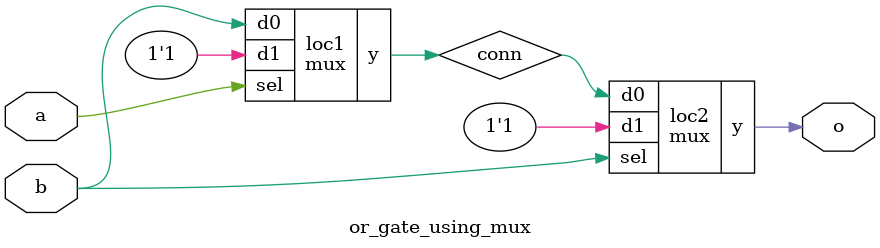
<source format=sv>

module mux
(
  input  d0, d1,
  input  sel,
  output y
);

  assign y = sel ? d1 : d0;

endmodule

//----------------------------------------------------------------------------
// Task
//----------------------------------------------------------------------------

module or_gate_using_mux
(
    input  a,
    input  b,
    output o
);

  // Task:

  // Implement or gate using instance(s) of mux,
  // constants 0 and 1, and wire connections

  wire conn;

  mux loc1 (
    .d0(b),
    .d1(1'b1),
    .sel(a),
    .y(conn)
  );

    mux loc2 (
    .d0(conn),
    .d1(1'b1),
    .sel(b),
    .y(o)
  );

endmodule

</source>
